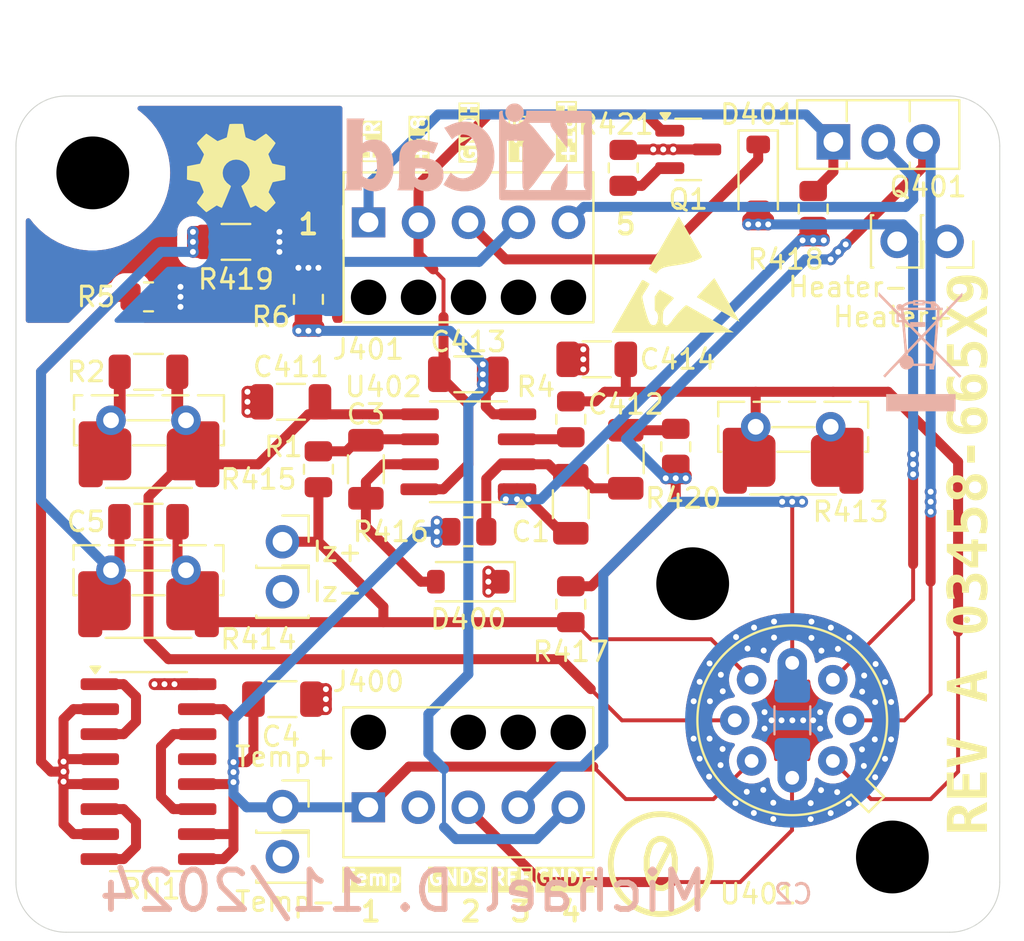
<source format=kicad_pcb>
(kicad_pcb (version 20240108) (generator "pcbnew") (generator_version "8.0")
  (layers (0 "F.Cu" signal) (1 "In1.Cu" power) (2 "In2.Cu" power) (31 "B.Cu" signal) (34 "B.Paste" user) (35 "F.Paste" user) (36 "B.SilkS" user "B.Silkscreen") (37 "F.SilkS" user "F.Silkscreen") (38 "B.Mask" user) (39 "F.Mask" user) (44 "Edge.Cuts" user))
  (net 0 "")
  (net 1 "+7V REF")
  (net 2 "J400 (2): REF GND")
  (net 3 "Net-(D400-A)")
  (net 4 "Net-(U402B--)")
  (net 5 "Net-(U402B-+)")
  (net 6 "J400 (1): Temp")
  (net 7 "ZD-")
  (net 8 "Net-(C412-Pad1)")
  (net 9 "Net-(U402A--)")
  (net 10 "+18")
  (net 11 "Net-(U402A-+)")
  (net 12 "Net-(D401-A)")
  (net 13 "J401 (3): GND Heater")
  (net 14 "unconnected-(J400-Pin_2-Pad2)")
  (net 15 "J401 (1): Heater")
  (net 16 "+18H")
  (net 17 "-15")
  (net 18 "Net-(Q401-E)")
  (net 19 "Net-(C1-Pad1)")
  (net 20 "Net-(RN1C-R3.2)")
  (net 21 "Net-(RN1F-R6.1)")
  (net 23 "Net-(RN1A-R1.1)")
  (net 24 "Net-(C414-Pad1)")
  (net 25 "Net-(Q1-S)")
  (footprint "Package_SO:SOIC-8_3.9x4.9mm_P1.27mm" (layer "F.Cu") (at 153.162 110.871 180)
    (property "Reference" "U402")
    (property "Value" "LT1013")
  )
  (footprint "Resistor_SMD:R_1206_3216Metric" (layer "F.Cu") (at 136.906 111.0488)
    (property "Reference" "R415")
    (property "Value" "68k")
  )
  (footprint "Diode_SMD:D_SOD-123" (layer "F.Cu") (at 167.894 96.901 -90)
    (property "Reference" "D401")
    (property "Value" "1N4148W")
  )
  (footprint "Resistor_SMD:R_0805_2012Metric" (layer "F.Cu") (at 153.162 114.935 180)
    (property "Reference" "R416")
    (property "Value" "10k")
  )
  (footprint "Resistor_SMD:R_0805_2012Metric" (layer "F.Cu") (at 145.542 111.76 -90)
    (property "Reference" "R1")
    (property "Value" "10k")
  )
  (footprint "Resistor_SMD:R_1206_3216Metric" (layer "F.Cu") (at 169.672 111.379 180)
    (property "Reference" "R413")
    (property "Value" "61.9k")
  )
  (footprint "Capacitor_SMD:C_1206_3216Metric" (layer "F.Cu") (at 161.163 111.252 -90)
    (property "Reference" "C412")
    (property "Value" "100n")
  )
  (footprint "Resistor_SMD:R_0805_2012Metric" (layer "F.Cu") (at 136.906 102.997)
    (property "Reference" "R5")
    (property "Value" "19k6")
  )
  (footprint "Capacitor_SMD:C_1206_3216Metric" (layer "F.Cu") (at 158.369 113.538 90)
    (property "Reference" "C1")
    (property "Value" "10n")
  )
  (footprint "Package_TO_SOT_THT:TO-5-8" (layer "F.Cu") (at 169.630018 124.519986 180)
    (property "Reference" "U401")
    (property "Value" "ADR1000")
  )
  (footprint "MiDi:Molex 22-17-2052" (layer "F.Cu") (at 153.31 127.36)
    (property "Reference" "J400")
    (property "Value" "Molex KK 254" (hide yes))
  )
  (footprint "Resistor_SMD:R_2512_6332Metric" (layer "F.Cu") (at 136.906 118.618 180)
    (property "Reference" "R414")
    (property "Value" "50R" (hide yes))
  )
  (footprint "Resistor_SMD:R_0805_2012Metric" (layer "F.Cu") (at 145.034 103.124 90)
    (property "Reference" "R6")
    (property "Value" "22k")
  )
  (footprint "Package_SO:SOIC-16_3.9x9.9mm_P1.27mm" (layer "F.Cu") (at 136.906 127.127)
    (property "Reference" "RN1")
    (property "Value" "2k")
  )
  (footprint "MountingHole:MountingHole_3.7mm" (layer "F.Cu") (at 174.713949 131.466051)
    (property "Reference" "REF**" (hide yes))
    (property "Value" "MountingHole_3.7mm")
  )
  (footprint "MountingHole:MountingHole_3.7mm" (layer "F.Cu") (at 164.563949 117.576051)
    (property "Reference" "REF**" (hide yes))
    (property "Value" "MountingHole_3.7mm")
  )
  (footprint "Resistor_SMD:R_1206_3216Metric" (layer "F.Cu") (at 136.906 106.807)
    (property "Reference" "R2")
    (property "Value" "680k")
  )
  (footprint "Resistor_SMD:R_0805_2012Metric" (layer "F.Cu") (at 158.369 118.618 -90)
    (property "Reference" "R417")
    (property "Value" "400k")
  )
  (footprint "KiCad:PinSocket_1x01_P2.54mm_Vertical" (layer "F.Cu") (at 143.7132 131.445)
    (property "Reference" "TP2" (hide yes))
    (property "Value" "Temp-")
  )
  (footprint "OSHW-logo_silkscreen-front_5mm" (layer "F.Cu") (at 141.36 96.45)
    (property "Reference" "G***" (hide yes))
    (property "Value" "OSHW-logo_silkscreen-front_5mm" (hide yes))
  )
  (footprint "Resistor_SMD:R_1206_3216Metric" (layer "F.Cu") (at 141.351 100.203)
    (property "Reference" "R419")
    (property "Value" "1k6")
  )
  (footprint "Capacitor_SMD:C_1206_3216Metric" (layer "F.Cu") (at 147.955 111.76 -90)
    (property "Reference" "C3")
    (property "Value" "100n")
  )
  (footprint "Capacitor_SMD:C_1206_3216Metric" (layer "F.Cu") (at 153.162 106.934)
    (property "Reference" "C413")
    (property "Value" "100n")
  )
  (footprint "Capacitor_SMD:C_1206_3216Metric" (layer "F.Cu") (at 159.687999 106.172 180)
    (property "Reference" "C414")
    (property "Value" "100n")
  )
  (footprint "Symbol:ESD-Logo_6.6x6mm_SilkScreen" (layer "F.Cu") (at 163.703 101.854)
    (property "Reference" "REF**" (hide yes))
    (property "Value" "ESD-Logo_6.6x6mm_SilkScreen" (hide yes))
  )
  (footprint "KiCad:PinSocket_1x01_P2.54mm_Vertical" (layer "F.Cu") (at 174.9552 100.1776 -90)
    (property "Reference" "TP6" (hide yes))
    (property "Value" "Heater-")
  )
  (footprint "Diode_SMD:D_SOD-123" (layer "F.Cu") (at 153.162 117.475 180)
    (property "Reference" "D400")
    (property "Value" "1N4148W")
  )
  (footprint "Resistor_SMD:R_0805_2012Metric" (layer "F.Cu") (at 161.036 96.441899 90)
    (property "Reference" "R421")
    (property "Value" "470")
  )
  (footprint "KiCad:PinSocket_1x01_P2.54mm_Vertical" (layer "F.Cu") (at 143.715 115.443)
    (property "Reference" "TP3" (hide yes))
    (property "Value" "Iz+")
  )
  (footprint "KiCad:PinSocket_1x01_P2.54mm_Vertical" (layer "F.Cu") (at 143.715 117.983)
    (property "Reference" "TP4" (hide yes))
    (property "Value" "Iz-")
  )
  (footprint "Package_TO_SOT_THT:TO-126-3_Vertical" (layer "F.Cu") (at 171.715 95.122)
    (property "Reference" "Q401")
    (property "Value" "BD139")
  )
  (footprint "MountingHole:MountingHole_3.7mm" (layer "F.Cu") (at 134.07384 96.696051)
    (property "Reference" "REF**" (hide yes))
    (property "Value" "MountingHole_3.7mm")
  )
  (footprint "KiCad:PinSocket_1x01_P2.54mm_Vertical" (layer "F.Cu") (at 177.4952 100.1776 -90)
    (property "Reference" "TP5" (hide yes))
    (property "Value" "Heater+")
  )
  (footprint "Resistor_SMD:R_0805_2012Metric" (layer "F.Cu") (at 163.703 110.617 90)
    (property "Reference" "R420")
    (property "Value" "1Meg")
  )
  (footprint "Resistor_SMD:R_0805_2012Metric" (layer "F.Cu") (at 158.369 109.22 90)
    (property "Reference" "R4")
    (property "Value" "1k")
  )
  (footprint "Capacitor_SMD:C_1206_3216Metric" (layer "F.Cu") (at 144.145 108.331 180)
    (property "Reference" "C411")
    (property "Value" "22n")
  )
  (footprint "KiCad:PinSocket_1x01_P2.54mm_Vertical" (layer "F.Cu") (at 143.7132 128.905)
    (property "Reference" "TP1" (hide yes))
    (property "Value" "Temp+")
  )
  (footprint "Resistor_SMD:R_0805_2012Metric" (layer "F.Cu") (at 170.688 98.5285 -90)
    (property "Reference" "R418")
    (property "Value" "1k")
  )
  (footprint "Package_TO_SOT_SMD:SOT-23" (layer "F.Cu") (at 164.338 95.504)
    (property "Reference" "Q1")
    (property "Value" "MMBF4392")
  )
  (footprint "Capacitor_SMD:C_1206_3216Metric" (layer "F.Cu") (at 143.7132 123.444)
    (property "Reference" "C4")
    (property "Value" "100n")
  )
  (footprint "Capacitor_SMD:C_1206_3216Metric" (layer "F.Cu") (at 136.906 114.427 180)
    (property "Reference" "C5")
    (property "Value" "100n")
  )
  (footprint "MiDi:Molex 22-17-2052" (layer "F.Cu") (at 153.02 100.79 180)
    (property "Reference" "J401")
    (property "Value" "Molex KK 254" (hide yes))
  )
  (footprint "Symbol:KiCad-Logo_5mm_SilkScreen" (layer "B.Cu") (at 153.167698 96.148938 180)
    (property "Reference" "REF**" (hide yes))
    (property "Value" "KiCad-Logo_5mm_SilkScreen" (hide yes))
  )
  (footprint "Capacitor_SMD:C_1206_3216Metric" (layer "B.Cu") (at 169.630018 124.519986 -90)
    (property "Reference" "C2")
    (property "Value" "100n")
  )
  (footprint "Symbol:WEEE-Logo_4.2x6mm_SilkScreen" (layer "B.Cu") (at 176.149 105.791 180)
    (property "Reference" "REF**" (hide yes))
    (property "Value" "WEEE-Logo_4.2x6mm_SilkScreen" (hide yes))
  )
  (gr_rect (start 151.1172 132.969) (end 154.14 133.2738) (fill solid) (layer "F.SilkS"))
  (gr_rect (start 154.32 132.969) (end 156.4228 133.2738) (fill solid) (layer "F.SilkS"))
  (gr_rect (start 156.5772 132.969) (end 159.57 133.2738) (fill solid) (layer "F.SilkS"))
  (gr_circle (center 162.941 131.826) (end 160.401 131.826) (stroke (width 0.3)) (fill none) (layer "F.SilkS"))
  (gr_line (start 163.3982 130.937) (end 162.4838 132.7658) (stroke (width 0.3)) (layer "F.SilkS"))
  (gr_line (start 180.17 95.33) (end 180.17 132.75) (stroke (width 0.05)) (layer "Edge.Cuts"))
  (gr_arc (start 130.17 95.33) (mid 130.913949 93.533949) (end 132.71 92.79) (stroke (width 0.05)) (layer "Edge.Cuts"))
  (gr_arc (start 177.63 92.79) (mid 179.426051 93.533949) (end 180.17 95.33) (stroke (width 0.05)) (layer "Edge.Cuts"))
  (gr_line (start 130.17 132.75) (end 130.17 95.33) (stroke (width 0.05)) (layer "Edge.Cuts"))
  (gr_arc (start 132.71 135.29) (mid 130.913949 134.546051) (end 130.17 132.75) (stroke (width 0.05)) (layer "Edge.Cuts"))
  (gr_line (start 132.71 92.79) (end 177.63 92.79) (stroke (width 0.05)) (layer "Edge.Cuts"))
  (gr_arc (start 180.17 132.75) (mid 179.426051 134.546051) (end 177.63 135.29) (stroke (width 0.05)) (layer "Edge.Cuts"))
  (gr_line (start 177.63 135.29) (end 132.71 135.29) (stroke (width 0.05)) (layer "Edge.Cuts"))
  (gr_text "Michael D. 11/2024" (at 165.481 134.366 0) (layer "B.SilkS") (effects (font (size 2 2) (thickness 0.3)) (justify left bottom mirror)))
  (gr_text "0" (at 162.941 131.687 180) (layer "F.SilkS") (effects (font (size 2.5 2.5) (thickness 0.3))))
  (gr_text "1" (at 145.034 99.314 0) (layer "F.SilkS") (effects (font (size 1.016 1.016) (thickness 0.2032))))
  (gr_text "5" (at 161.163 99.314 0) (layer "F.SilkS") (effects (font (size 1.016 1.016) (thickness 0.2032))))
  (gr_text "REV A 03458-665X9" (at 178.689 101.727 90) (layer "F.SilkS") (effects (font (size 2 2) (thickness 0.3048) (bold yes)) (justify right)))
  (gr_text "Temp" (at 146.74 132.969 0) (layer "F.SilkS" knockout) (effects (font (size 0.75 0.75)) (justify left bottom)))
  (gr_text "1" (at 148.209 134.239 0) (layer "F.SilkS") (effects (font (size 1.016 1.016) (thickness 0.2032))))
  (gr_text "2" (at 153.289 134.239 0) (layer "F.SilkS") (effects (font (size 1.016 1.016) (thickness 0.2032))))
  (gr_text "+18H" (at 158.623 96.266 90) (layer "F.SilkS" knockout) (effects (font (size 0.75 0.75)) (justify left bottom)))
  (gr_text "GNDF" (at 156.492 132.969 0) (layer "F.SilkS" knockout) (effects (font (size 0.75 0.75)) (justify left bottom)))
  (gr_text "+18" (at 151.13 96.266 90) (layer "F.SilkS" knockout) (effects (font (size 0.75 0.75)) (justify left bottom)))
  (gr_text "HTR" (at 148.717 96.266 90) (layer "F.SilkS" knockout) (effects (font (size 0.75 0.75)) (justify left bottom)))
  (gr_text "GNDS" (at 151.031 132.969 0) (layer "F.SilkS" knockout) (effects (font (size 0.75 0.75)) (justify left bottom)))
  (gr_text "GNDH" (at 153.67 96.266 90) (layer "F.SilkS" knockout) (effects (font (size 0.75 0.75)) (justify left bottom)))
  (gr_text "3" (at 155.829 134.239 0) (layer "F.SilkS") (effects (font (size 1.016 1.016) (thickness 0.2032))))
  (gr_text "REF\n" (at 154.206 132.969 0) (layer "F.SilkS" knockout) (effects (font (size 0.75 0.75)) (justify left bottom)))
  (gr_text "4" (at 158.369 134.239 0) (layer "F.SilkS") (effects (font (size 1.016 1.016) (thickness 0.2032))))
  (gr_text "-15" (at 156.21 96.266 90) (layer "F.SilkS" knockout) (effects (font (size 0.75 0.75)) (justify left bottom)))
  (segment (start 169.1132 113.411) (end 170.129198 113.411) (width 0.508) (layer "F.Cu") (net 1))
  (segment (start 135.4435 108.8283) (end 135.4435 106.934) (width 0.6) (layer "F.Cu") (net 1))
  (segment (start 135.001 109.2708) (end 135.4435 108.8283) (width 0.6) (layer "F.Cu") (net 1))
  (segment (start 165.275501 95.504) (end 161.061399 95.504) (width 0.508) (layer "F.Cu") (net 1))
  (segment (start 170.129198 113.411) (end 170.129199 113.410999) (width 0.508) (layer "F.Cu") (net 1))
  (segment (start 169.623018 121.599986) (end 169.623018 113.412818) (width 0.2) (layer "F.Cu") (net 1))
  (segment (start 169.623018 113.412818) (end 169.6212 113.411) (width 0.2) (layer "F.Cu") (net 1))
  (segment (start 154.686 117.475) (end 154.178 117.983) (width 0.6) (layer "F.Cu") (net 1))
  (segment (start 139.381 122.682) (end 137.210802 122.682) (width 0.6) (layer "F.Cu") (net 1))
  (segment (start 161.061399 95.504) (end 161.036 95.529399) (width 0.508) (layer "F.Cu") (net 1))
  (segment (start 154.812 117.475) (end 154.686 117.475) (width 0.6) (layer "F.Cu") (net 1))
  (segment (start 154.178 116.967) (end 154.178 117.983) (width 0.6) (layer "F.Cu") (net 1))
  (segment (start 154.686 117.475) (end 154.178 116.967) (width 0.6) (layer "F.Cu") (net 1))
  (via (at 162.560001 95.504001) (size 0.6) (drill 0.3) (layers "F.Cu" "B.Cu") (remove_unused_layers yes) (zone_layer_connections "In2.Cu") (net 1))
  (via (at 137.7188 122.682) (size 0.6) (drill 0.3) (layers "F.Cu" "B.Cu") (remove_unused_layers yes) (zone_layer_connections "In2.Cu") (net 1))
  (via (at 154.178 116.967) (size 0.6) (drill 0.3) (layers "F.Cu" "B.Cu") (remove_unused_layers yes) (zone_layer_connections "In2.Cu") (net 1))
  (via (at 169.1132 113.411) (size 0.6) (drill 0.3) (layers "F.Cu" "B.Cu") (remove_unused_layers yes) (net 1))
  (via (at 154.178 117.983) (size 0.6) (drill 0.3) (layers "F.Cu" "B.Cu") (remove_unused_layers yes) (zone_layer_connections "In2.Cu") (net 1))
  (via (at 154.178 117.475) (size 0.6) (drill 0.3) (layers "F.Cu" "B.Cu") (remove_unused_layers yes) (zone_layer_connections "In2.Cu") (net 1))
  (via (at 138.2268 122.682) (size 0.6) (drill 0.3) (layers "F.Cu" "B.Cu") (remove_unused_layers yes) (zone_layer_connections "In2.Cu") (net 1))
  (via (at 137.210801 122.682001) (size 0.6) (drill 0.3) (layers "F.Cu" "B.Cu") (remove_unused_layers yes) (zone_layer_connections "In2.Cu") (net 1))
  (via (at 170.129199 113.410999) (size 0.6) (drill 0.3) (layers "F.Cu" "B.Cu") (remove_unused_layers yes) (net 1))
  (via (at 169.6212 113.411) (size 0.6) (drill 0.3) (layers "F.Cu" "B.Cu") (remove_unused_layers yes) (net 1))
  (via (at 163.068 95.504) (size 0.6) (drill 0.3) (layers "F.Cu" "B.Cu") (remove_unused_layers yes) (zone_layer_connections "In2.Cu") (net 1))
  (via (at 163.576 95.504) (size 0.6) (drill 0.3) (layers "F.Cu" "B.Cu") (remove_unused_layers yes) (zone_layer_connections "In2.Cu") (net 1))
  (segment (start 157.767 126.873) (end 155.7 128.94) (width 0.508) (layer "B.Cu") (net 1))
  (segment (start 160.02 125.7935) (end 158.9405 126.873) (width 0.508) (layer "B.Cu") (net 1))
  (segment (start 163.703 113.411) (end 160.02 117.094) (width 0.508) (layer "B.Cu") (net 1))
  (segment (start 170.129198 113.411) (end 169.1132 113.411) (width 0.508) (layer "B.Cu") (net 1))
  (segment (start 158.9405 126.873) (end 157.767 126.873) (width 0.508) (layer "B.Cu") (net 1))
  (segment (start 170.129199 113.410999) (end 170.129198 113.411) (width 0.508) (layer "B.Cu") (net 1))
  (segment (start 169.623018 121.599986) (end 169.623018 122.537985) (width 1.5) (layer "B.Cu") (net 1))
  (segment (start 160.02 117.094) (end 160.02 125.7935) (width 0.508) (layer "B.Cu") (net 1))
  (segment (start 170.129198 113.411) (end 163.703 113.411) (width 0.508) (layer "B.Cu") (net 1))
  (segment (start 169.573932 121.5509) (end 169.623018 121.599986) (width 0.2) (layer "B.Cu") (net 1))
  (segment (start 169.623018 123.037985) (end 169.630018 123.044985) (width 0.508) (layer "B.Cu") (net 1))
  (segment (start 135.255 102.997) (end 135.9935 102.997) (width 0.508) (layer "F.Cu") (net 2))
  (segment (start 159.004 106.68) (end 158.672 106.679999) (width 0.6) (layer "F.Cu") (net 2))
  (segment (start 145.034 104.2181) (end 145.034 103.9876) (width 0.508) (layer "F.Cu") (net 2))
  (segment (start 132.715 127.762) (end 132.588 127.635) (width 0.508) (layer "F.Cu") (net 2))
  (segment (start 133.096 130.302) (end 134.431 130.302) (width 0.508) (layer "F.Cu") (net 2))
  (segment (start 154.432 108.966) (end 154.051 108.585) (width 0.508) (layer "F.Cu") (net 2))
  (segment (start 158.672 106.679999) (end 158.163999 106.172) (width 0.6) (layer "F.Cu") (net 2))
  (segment (start 132.588 127.127) (end 132.588 127.635) (width 0.508) (layer "F.Cu") (net 2))
  (segment (start 144.526001 104.726099) (end 144.526 104.7261) (width 0.6) (layer "F.Cu") (net 2))
  (segment (start 131.953 127.127) (end 131.445 126.619) (width 0.508) (layer "F.Cu") (net 2))
  (segment (start 156.8704 132.7404) (end 153.16 129.03) (width 0.508) (layer "F.Cu") (net 2))
  (segment (start 145.6925 122.936001) (end 145.1845 123.444001) (width 0.6) (layer "F.Cu") (net 2))
  (segment (start 145.415 123.444) (end 145.1845 123.444001) (width 0.508) (layer "F.Cu") (net 2))
  (segment (start 158.672 105.664) (end 158.163999 106.172) (width 0.6) (layer "F.Cu") (net 2))
  (segment (start 145.923 123.952001) (end 145.6925 123.952001) (width 0.6) (layer "F.Cu") (net 2))
  (segment (start 166.9796 132.7404) (end 169.613014 130.106986) (width 0.2) (layer "F.Cu") (net 2))
  (segment (start 139.164699 99.694998) (end 139.395199 99.694998) (width 0.6) (layer "F.Cu") (net 2))
  (segment (start 141.935199 107.823) (end 141.9352 108.838999) (width 0.6) (layer "F.Cu") (net 2))
  (segment (start 154.051 108.585) (end 154.051 107.95) (width 0.508) (layer "F.Cu") (net 2))
  (segment (start 135.430999 116.460801) (end 135.430999 114.554) (width 0.508) (layer "F.Cu") (net 2))
  (segment (start 159.004 106.68) (end 159.003999 105.664) (width 0.6) (layer "F.Cu") (net 2))
  (segment (start 134.2583 117.6335) (end 135.430999 116.460801) (width 0.508) (layer "F.Cu") (net 2))
  (segment (start 154.127198 106.425999) (end 154.635199 106.934) (width 0.6) (layer "F.Cu") (net 2))
  (segment (start 145.541999 104.726099) (end 145.541999 104.495599) (width 0.6) (layer "F.Cu") (net 2))
  (segment (start 134.431 126.492) (end 132.842 126.492) (width 0.508) (layer "F.Cu") (net 2))
  (segment (start 145.923 123.952001) (end 145.923 122.936002) (width 0.6) (layer "F.Cu") (net 2))
  (segment (start 145.541999 104.495599) (end 145.034 103.9876) (width 0.6) (layer "F.Cu") (net 2))
  (segment (start 169.613014 130.106986) (end 169.613014 127.439986) (width 0.2) (layer "F.Cu") (net 2))
  (segment (start 133.9435 117.6335) (end 134.2583 117.6335) (width 0.508) (layer "F.Cu") (net 2))
  (segment (start 154.404699 106.934) (end 154.635199 106.934) (width 0.508) (layer "F.Cu") (net 2))
  (segment (start 163.4744 132.7404) (end 156.8704 132.7404) (width 0.508) (layer "F.Cu") (net 2))
  (segment (start 153.8967 107.441999) (end 154.1272 107.441999) (width 0.6) (layer "F.Cu") (net 2))
  (segment (start 144.526 104.4956) (end 145.034 103.9876) (width 0.6) (layer "F.Cu") (net 2))
  (segment (start 139.1647 100.710998) (end 139.3952 100.710998) (width 0.6) (layer "F.Cu") (net 2))
  (segment (start 132.588 124.46) (end 132.588 126.619) (width 0.508) (layer "F.Cu") (net 2))
  (segment (start 132.588 127.635) (end 132.588 129.794) (width 0.508) (layer "F.Cu") (net 2))
  (segment (start 141.9352 108.838999) (end 142.161998 108.838999) (width 0.6) (layer "F.Cu") (net 2))
  (segment (start 139.164699 99.694998) (end 139.164699 100.710997) (width 0.6) (layer "F.Cu") (net 2))
  (segment (start 139.395199 99.694998) (end 139.903199 100.202999) (width 0.6) (layer "F.Cu") (net 2))
  (segment (start 153.896699 106.425999) (end 154.127198 106.425999) (width 0.6) (layer "F.Cu") (net 2))
  (segment (start 145.6925 123.952001) (end 145.1845 123.444001) (width 0.6) (layer "F.Cu") (net 2))
  (segment (start 145.923 122.936002) (end 145.922999 122.936001) (width 0.6) (layer "F.Cu") (net 2))
  (segment (start 132.588 127.127) (end 131.953 127.127) (width 0.508) (layer "F.Cu") (net 2))
  (segment (start 134.431 123.952) (end 133.096 123.952) (width 0.508) (layer "F.Cu") (net 2))
  (segment (start 133.096 123.952) (end 132.588 124.46) (width 0.508) (layer "F.Cu") (net 2))
  (segment (start 144.526 104.7261) (end 144.526 104.4956) (width 0.6) (layer "F.Cu") (net 2))
  (segment (start 139.672699 100.202999) (end 139.903199 100.202999) (width 0.508) (layer "F.Cu") (net 2))
  (segment (start 145.922999 122.936001) (end 145.6925 122.936001) (width 0.6) (layer "F.Cu") (net 2))
  (segment (start 139.164699 100.710997) (end 139.1647 100.710998) (width 0.508) (layer "F.Cu") (net 2))
  (segment (start 132.588 126.619) (end 132.588 127.127) (width 0.508) (layer "F.Cu") (net 2))
  (segment (start 141.935199 107.823) (end 142.161998 107.823001) (width 0.6) (layer "F.Cu") (net 2))
  (segment (start 131.445 126.619) (end 131.445 106.807) (width 0.508) (layer "F.Cu") (net 2))
  (segment (start 153.8967 107.441999) (end 153.8967 106.426001) (width 0.6) (layer "F.Cu") (net 2))
  (segment (start 154.1272 107.441999) (end 154.635199 106.934) (width 0.6) (layer "F.Cu") (net 2))
  (segment (start 153.8967 106.426001) (end 153.896699 106.425999) (width 0.6) (layer "F.Cu") (net 2))
  (segment (start 154.051 107.95) (end 154.637001 107.363999) (width 0.508) (layer "F.Cu") (net 2))
  (segment (start 155.637 108.966) (end 154.432 108.966) (width 0.508) (layer "F.Cu") (net 2))
  (segment (start 132.588 129.794) (end 133.096 130.302) (width 0.508) (layer "F.Cu") (net 2))
  (segment (start 132.715 126.492) (end 132.588 126.619) (width 0.508) (layer "F.Cu") (net 2))
  (segment (start 131.445 106.807) (end 135.255 102.997) (width 0.508) (layer "F.Cu") (net 2))
  (segment (start 145.541999 104.726099) (end 144.526001 104.726099) (width 0.6) (layer "F.Cu") (net 2))
  (segment (start 139.3952 100.710998) (end 139.903199 100.202999) (width 0.6) (layer "F.Cu") (net 2))
  (segment (start 134.431 127.762) (end 132.842 127.762) (width 0.508) (layer "F.Cu") (net 2))
  (segment (start 163.4744 132.7404) (end 166.9796 132.7404) (width 0.2) (layer "F.Cu") (net 2))
  (segment (start 159.003999 105.664) (end 158.672 105.664) (width 0.6) (layer "F.Cu") (net 2))
  (via (at 139.164699 100.203001) (size 0.6) (drill 0.3) (layers "F.Cu" "B.Cu") (remove_unused_layers yes) (net 2))
  (via (at 159.004 106.172) (size 0.6) (drill 0.3) (layers "F.Cu" "B.Cu") (remove_unused_layers yes) (zone_layer_connections "In1.Cu") (net 2))
  (via (at 153.896699 106.425999) (size 0.6) (drill 0.3) (layers "F.Cu" "B.Cu") (remove_unused_layers yes) (net 2))
  (via (at 145.923 123.952001) (size 0.6) (drill 0.3) (layers "F.Cu" "B.Cu") (remove_unused_layers yes) (zone_layer_connections "In1.Cu") (net 2))
  (via (at 159.004 106.68) (size 0.6) (drill 0.3) (layers "F.Cu" "B.Cu") (remove_unused_layers yes) (zone_layer_connections "In1.Cu") (net 2))
  (via (at 145.541999 104.726099) (size 0.6) (drill 0.3) (layers "F.Cu" "B.Cu") (remove_unused_layers yes) (net 2))
  (via (at 159.003999 105.664) (size 0.6) (drill 0.3) (layers "F.Cu" "B.Cu") (remove_unused_layers yes) (zone_layer_connections "In1.Cu") (net 2))
  (via (at 145.034 104.7261) (size 0.6) (drill 0.3) (layers "F.Cu" "B.Cu") (remove_unused_layers yes) (net 2))
  (via (at 141.9352 107.822999) (size 0.6) (drill 0.3) (layers "F.Cu" "B.Cu") (remove_unused_layers yes) (zone_layer_connections "In1.Cu") (net 2))
  (via (at 144.526 104.7261) (size 0.6) (drill 0.3) (layers "F.Cu" "B.Cu") (remove_unused_layers yes) (net 2))
  (via (at 132.588 127.635) (size 0.6) (drill 0.3) (layers "F.Cu" "B.Cu") (remove_unused_layers yes) (zone_layer_connections "In1.Cu") (net 2))
  (via (at 145.922999 122.936001) (size 0.6) (drill 0.3) (layers "F.Cu" "B.Cu") (remove_unused_layers yes) (zone_layer_connections "In1.Cu") (net 2))
  (via (at 132.588 127.127) (size 0.6) (drill 0.3) (layers "F.Cu" "B.Cu") (remove_unused_layers yes) (zone_layer_connections "In1.Cu") (net 2))
  (via (at 141.9352 108.331) (size 0.6) (drill 0.3) (layers "F.Cu" "B.Cu") (remove_unused_layers yes) (zone_layer_connections "In1.Cu") (net 2))
  (via (at 141.935201 108.838999) (size 0.6) (drill 0.3) (layers "F.Cu" "B.Cu") (remove_unused_layers yes) (zone_layer_connections "In1.Cu") (net 2))
  (via (at 139.1647 100.710998) (size 0.6) (drill 0.3) (layers "F.Cu" "B.Cu") (remove_unused_layers yes) (net 2))
  (via (at 153.8967 107.441999) (size 0.6) (drill 0.3) (layers "F.Cu" "B.Cu") (remove_unused_layers yes) (net 2))
  (via (at 132.588 126.619) (size 0.6) (drill 0.3) (layers "F.Cu" "B.Cu") (remove_unused_layers yes) (zone_layer_connections "In1.Cu") (net 2))
  (via (at 139.164699 99.694998) (size 0.6) (drill 0.3) (layers "F.Cu" "B.Cu") (remove_unused_layers yes) (net 2))
  (via (at 153.896699 106.934) (size 0.6) (drill 0.3) (layers "F.Cu" "B.Cu") (remove_unused_layers yes) (net 2))
  (via (at 145.923 123.443998) (size 0.6) (drill 0.3) (layers "F.Cu" "B.Cu") (remove_unused_layers yes) (zone_layer_connections "In1.Cu") (net 2))
  (segment (start 153.162 122.174) (end 153.162 108.458) (width 0.508) (layer "B.Cu") (net 2))
  (segment (start 151.924 126.997) (end 151.924 129.953) (width 0.2) (layer "B.Cu") (net 2))
  (segment (start 151.13 126.203) (end 151.924 126.997) (width 0.508) (layer "B.Cu") (net 2))
  (segment (start 135.001 116.8908) (end 131.445 113.3348) (width 0.508) (layer "B.Cu") (net 2))
  (segment (start 152.224101 104.7261) (end 153.924 106.425999) (width 0.508) (layer "B.Cu") (net 2))
  (segment (start 151.97 129.999) (end 152.527 130.556) (width 0.508) (layer "B.Cu") (net 2))
  (segment (start 153.162 108.458) (end 153.924001 107.695999) (width 0.508) (layer "B.Cu") (net 2))
  (segment (start 137.541002 100.710998) (end 139.1647 100.710998) (width 0.508) (layer "B.Cu") (net 2))
  (segment (start 131.445 106.807) (end 137.541002 100.710998) (width 0.508) (layer "B.Cu") (net 2))
  (segment (start 151.13 126.111) (end 151.13 126.203) (width 0.508) (layer "B.Cu") (net 2))
  (segment (start 139.1647 100.710998) (end 139.1647 99.694999) (width 0.508) (layer "B.Cu") (net 2))
  (segment (start 144.526 104.7261) (end 152.224101 104.7261) (width 0.508) (layer "B.Cu") (net 2))
  (segment (start 156.624 130.556) (end 158.24 128.94) (width 0.508) (layer "B.Cu") (net 2))
  (segment (start 152.527 130.556) (end 156.624 130.556) (width 0.508) (layer "B.Cu") (net 2))
  (segment (start 139.1647 99.694999) (end 139.164699 99.694998) (width 0.508) (layer "B.Cu") (net 2))
  (segment (start 151.13 126.111) (end 151.13 124.206) (width 0.508) (layer "B.Cu") (net 2))
  (segment (start 131.445 113.3348) (end 131.445 106.807) (width 0.508) (layer "B.Cu") (net 2))
  (segment (start 169.623018 127.439986) (end 169.623018 126.501987) (width 1.5) (layer "B.Cu") (net 2))
  (segment (start 151.13 124.206) (end 153.162 122.174) (width 0.508) (layer "B.Cu") (net 2))
  (segment (start 153.924 106.425999) (end 153.924 106.934) (width 0.508) (layer "B.Cu") (net 2))
  (segment (start 151.924 129.953) (end 151.97 129.999) (width 0.508) (layer "B.Cu") (net 2))
  (segment (start 145.541999 104.6988) (end 144.511001 104.6988) (width 0.6) (layer "B.Cu") (net 2))
  (segment (start 153.924001 107.695999) (end 153.924001 107.441999) (width 0.508) (layer "B.Cu") (net 2))
  (segment (start 153.924001 107.441999) (end 153.924 106.410999) (width 0.508) (layer "B.Cu") (net 2))
  (segment (start 169.623018 126.001987) (end 169.630018 125.994987) (width 0.508) (layer "B.Cu") (net 2))
  (segment (start 150.687 111.506) (end 148.844 111.506) (width 0.508) (layer "F.Cu") (net 3))
  (segment (start 147.955 112.395) (end 147.955 113.235001) (width 0.508) (layer "F.Cu") (net 3))
  (segment (start 148.844 111.506) (end 147.955 112.395) (width 0.508) (layer "F.Cu") (net 3))
  (segment (start 150.749 117.475) (end 151.512 117.475) (width 0.508) (layer "F.Cu") (net 3))
  (segment (start 147.955 113.235001) (end 147.955 114.681) (width 0.508) (layer "F.Cu") (net 3))
  (segment (start 147.955 114.681) (end 150.749 117.475) (width 0.508) (layer "F.Cu") (net 3))
  (segment (start 146.9625 110.8475) (end 147.574 110.236) (width 0.508) (layer "F.Cu") (net 4))
  (segment (start 147.574 110.236) (end 150.687 110.236) (width 0.508) (layer "F.Cu") (net 4))
  (segment (start 145.542 110.8475) (end 146.9625 110.8475) (width 0.508) (layer "F.Cu") (net 4))
  (segment (start 136.906 120.396) (end 136.906 113.157) (width 0.508) (layer "F.Cu") (net 5))
  (segment (start 136.906 113.157) (end 138.8618 111.2012) (width 0.508) (layer "F.Cu") (net 5))
  (segment (start 160.968986 124.519986) (end 166.703018 124.519986) (width 0.2) (layer "F.Cu") (net 5))
  (segment (start 137.922 121.412) (end 136.906 120.396) (width 0.508) (layer "F.Cu") (net 5))
  (segment (start 138.3685 108.8283) (end 138.3685 106.934) (width 0.6) (layer "F.Cu") (net 5))
  (segment (start 157.861 121.412) (end 137.922 121.412) (width 0.508) (layer "F.Cu") (net 5))
  (segment (start 142.494 111.506) (end 145.034 108.966) (width 0.508) (layer "F.Cu") (net 5))
  (segment (start 145.034 108.966) (end 150.687 108.966) (width 0.508) (layer "F.Cu") (net 5))
  (segment (start 138.811 109.2708) (end 138.3685 108.8283) (width 0.6) (layer "F.Cu") (net 5))
  (segment (start 139.8939 111.506) (end 142.494 111.506) (width 0.508) (layer "F.Cu") (net 5))
  (segment (start 138.8618 111.2012) (end 138.8618 110.998) (width 0.508) (layer "F.Cu") (net 5))
  (segment (start 159.385 122.936) (end 160.968986 124.519986) (width 0.2) (layer "F.Cu") (net 5))
  (segment (start 159.385 122.936) (end 157.861 121.412) (width 0.508) (layer "F.Cu") (net 5))
  (segment (start 139.381 127.762) (end 141.224 127.762) (width 0.508) (layer "F.Cu") (net 6))
  (segment (start 159.512 126.873) (end 150.147 126.873) (width 0.508) (layer "F.Cu") (net 6))
  (segment (start 141.224 131.064) (end 141.224 124.46) (width 0.508) (layer "F.Cu") (net 6))
  (segment (start 165.619004 128.524) (end 167.558266 126.584738) (width 0.2) (layer "F.Cu") (net 6))
  (segment (start 141.8844 126.6444) (end 141.224 126.6444) (width 0.508) (layer "F.Cu") (net 6))
  (segment (start 151.5599 114.935) (end 151.5599 115.443) (width 0.6) (layer "F.Cu") (net 6))
  (segment (start 140.716 131.572) (end 141.224 131.064) (width 0.508) (layer "F.Cu") (net 6))
  (segment (start 139.381 130.302) (end 141.097 130.302) (width 0.508) (layer "F.Cu") (net 6))
  (segment (start 161.163 128.524) (end 165.619004 128.524) (width 0.2) (layer "F.Cu") (net 6))
  (segment (start 151.5599 114.935) (end 151.5599 114.427) (width 0.6) (layer "F.Cu") (net 6))
  (segment (start 159.512 126.873) (end 161.163 128.524) (width 0.2) (layer "F.Cu") (net 6))
  (segment (start 152.0679 114.935) (end 151.5599 114.427) (width 0.6) (layer "F.Cu") (net 6))
  (segment (start 152.0679 114.935) (end 151.5599 115.443) (width 0.6) (layer "F.Cu") (net 6))
  (segment (start 139.381 131.572) (end 140.716 131.572) (width 0.508) (layer "F.Cu") (net 6))
  (segment (start 152.2984 114.935) (end 152.0679 114.935) (width 0.6) (layer "F.Cu") (net 6))
  (segment (start 150.147 126.873) (end 148.08 128.94) (width 0.508) (layer "F.Cu") (net 6))
  (segment (start 140.716 123.952) (end 139.381 123.952) (width 0.508) (layer "F.Cu") (net 6))
  (segment (start 142.238199 123.444) (end 142.238199 126.290601) (width 0.508) (layer "F.Cu") (net 6))
  (segment (start 140.716 123.952) (end 141.224 124.46) (width 0.508) (layer "F.Cu") (net 6))
  (segment (start 142.238199 126.290601) (end 141.8844 126.6444) (width 0.508) (layer "F.Cu") (net 6))
  (via (at 141.224 126.6444) (size 0.6) (drill 0.3) (layers "F.Cu" "B.Cu") (remove_unused_layers yes) (net 6))
  (via (at 151.5599 114.935) (size 0.6) (drill 0.3) (layers "F.Cu" "B.Cu") (remove_unused_layers yes) (net 6))
  (via (at 151.5599 114.427) (size 0.6) (drill 0.3) (layers "F.Cu" "B.Cu") (remove_unused_layers yes) (net 6))
  (via (at 141.224 127.1524) (size 0.6) (drill 0.3) (layers "F.Cu" "B.Cu") (remove_unused_layers yes) (net 6))
  (via (at 141.224 127.6604) (size 0.6) (drill 0.3) (layers "F.Cu" "B.Cu") (remove_unused_layers yes) (net 6))
  (via (at 151.5599 115.443) (size 0.6) (drill 0.3) (layers "F.Cu" "B.Cu") (remove_unused_layers yes) (net 6))
  (segment (start 141.224 124.46) (end 150.749 114.935) (width 0.508) (layer "B.Cu") (net 6))
  (segment (start 148.08 128.94) (end 141.894 128.94) (width 0.508) (layer "B.Cu") (net 6))
  (segment (start 150.749 114.935) (end 151.511 114.935) (width 0.508) (layer "B.Cu") (net 6))
  (segment (start 141.894 128.94) (end 141.224 128.27) (width 0.508) (layer "B.Cu") (net 6))
  (segment (start 151.511 115.443) (end 151.511 114.427) (width 0.508) (layer "B.Cu") (net 6))
  (segment (start 141.224 128.27) (end 141.224 124.46) (width 0.508) (layer "B.Cu") (net 6))
  (segment (start 158.369 119.5305) (end 158.5195 119.5305) (width 0.2) (layer "F.Cu") (net 7))
  (segment (start 158.369 119.5305) (end 139.7131 119.5305) (width 0.508) (layer "F.Cu") (net 7))
  (segment (start 140.1225 118.364) (end 139.8685 118.618) (width 0.508) (layer "F.Cu") (net 7))
  (segment (start 139.7131 119.5305) (end 138.8006 118.618) (width 0.508) (layer "F.Cu") (net 7))
  (segment (start 139.8685 117.9483) (end 139.8685 118.618) (width 0.508) (layer "F.Cu") (net 7))
  (segment (start 138.381001 114.554) (end 138.381001 116.460801) (width 0.508) (layer "F.Cu") (net 7))
  (segment (start 145.542 115.443) (end 148.844 118.745) (width 0.508) (layer "F.Cu") (net 7))
  (segment (start 159.385 120.396) (end 165.499032 120.396) (width 0.2) (layer "F.Cu") (net 7))
  (segment (start 138.381001 116.460801) (end 139.8685 117.9483) (width 0.508) (layer "F.Cu") (net 7))
  (segment (start 165.499032 120.396) (end 167.558266 122.455234) (width 0.2) (layer "F.Cu") (net 7))
  (segment (start 148.844 118.745) (end 148.844 119.5305) (width 0.508) (layer "F.Cu") (net 7))
  (segment (start 143.764 115.443) (end 145.542 115.443) (width 0.508) (layer "F.Cu") (net 7))
  (segment (start 158.5195 119.5305) (end 159.385 120.396) (width 0.2) (layer "F.Cu") (net 7))
  (segment (start 145.542 112.6725) (end 145.542 115.443) (width 0.508) (layer "F.Cu") (net 7))
  (segment (start 163.630501 109.776999) (end 163.703 109.7045) (width 0.508) (layer "F.Cu") (net 8))
  (segment (start 161.163 109.776999) (end 163.630501 109.776999) (width 0.508) (layer "F.Cu") (net 8))
  (segment (start 158.798999 112.062999) (end 159.463001 112.727001) (width 0.508) (layer "F.Cu") (net 9))
  (segment (start 159.463001 112.727001) (end 161.163 112.727001) (width 0.508) (layer "F.Cu") (net 9))
  (segment (start 154.813 111.506) (end 154.0745 112.2445) (width 0.508) (layer "F.Cu") (net 9))
  (segment (start 157.226 111.506) (end 157.782999 112.062999) (width 0.508) (layer "F.Cu") (net 9))
  (segment (start 155.637 111.506) (end 154.813 111.506) (width 0.508) (layer "F.Cu") (net 9))
  (segment (start 155.637 111.506) (end 157.226 111.506) (width 0.508) (layer "F.Cu") (net 9))
  (segment (start 158.369 112.062999) (end 158.798999 112.062999) (width 0.508) (layer "F.Cu") (net 9))
  (segment (start 154.0745 112.2445) (end 154.0745 114.935) (width 0.508) (layer "F.Cu") (net 9))
  (segment (start 157.782999 112.062999) (end 158.369 112.062999) (width 0.508) (layer "F.Cu") (net 9))
  (segment (start 163.007 94.554) (end 163.4005 94.554) (width 0.2) (layer "F.Cu") (net 10))
  (segment (start 151.9 106.720999) (end 151.686999 106.934) (width 0.508) (layer "F.Cu") (net 10))
  (segment (start 151.9 104.013) (end 151.9 106.720999) (width 0.508) (layer "F.Cu") (net 10))
  (segment (start 151.686999 106.934) (end 151.686999 106.631001) (width 0.508) (layer "F.Cu") (net 10))
  (segment (start 153.162 108.458) (end 153.162 111.506) (width 0.508) (layer "F.Cu") (net 10))
  (segment (start 150.63 100.846) (end 150.63 99.21) (width 0.508) (layer "F.Cu") (net 10))
  (segment (start 151.892 112.776) (end 150.687 112.776) (width 0.508) (layer "F.Cu") (net 10))
  (segment (start 151.384 101.6) (end 150.63 100.846) (width 0.508) (layer "F.Cu") (net 10))
  (segment (start 154.194 93.726) (end 162.179 93.726) (width 0.508) (layer "F.Cu") (net 10))
  (segment (start 162.179 93.726) (end 163.007 94.554) (width 0.508) (layer "F.Cu") (net 10))
  (segment (start 151.686999 106.982999) (end 153.162 108.458) (width 0.508) (layer "F.Cu") (net 10))
  (segment (start 150.63 97.29) (end 154.194 93.726) (width 0.508) (layer "F.Cu") (net 10))
  (segment (start 151.686999 106.934) (end 151.686999 106.982999) (width 0.508) (layer "F.Cu") (net 10))
  (segment (start 151.9 104.013) (end 151.9 102.116) (width 0.2) (layer "F.Cu") (net 10))
  (segment (start 153.162 111.506) (end 151.892 112.776) (width 0.508) (layer "F.Cu") (net 10))
  (segment (start 151.9 102.116) (end 151.384 101.6) (width 0.2) (layer "F.Cu") (net 10))
  (segment (start 150.63 99.21) (end 150.63 97.29) (width 0.508) (layer "F.Cu") (net 10))
  (segment (start 158.2655 110.236) (end 158.369 110.1325) (width 0.508) (layer "F.Cu") (net 11))
  (segment (start 155.637 110.236) (end 158.2655 110.236) (width 0.508) (layer "F.Cu") (net 11))
  (segment (start 168.402 99.314) (end 167.386 99.314) (width 0.6) (layer "F.Cu") (net 12))
  (segment (start 168.402 99.059) (end 167.894 98.551) (width 0.6) (layer "F.Cu") (net 12))
  (segment (start 167.386 99.059) (end 167.894 98.551) (width 0.6) (layer "F.Cu") (net 12))
  (segment (start 175.768 116.586) (end 175.768 110.998) (width 0.508) (layer "F.Cu") (net 12))
  (segment (start 167.386 99.314) (end 167.386 99.059) (width 0.6) (layer "F.Cu") (net 12))
  (segment (start 168.402 99.314) (end 168.402 99.059) (width 0.6) (layer "F.Cu") (net 12))
  (segment (start 167.894 99.314) (end 167.894 98.551) (width 0.508) (layer "F.Cu") (net 12))
  (segment (start 175.768 118.375004) (end 171.68777 122.455234) (width 0.2) (layer "F.Cu") (net 12))
  (segment (start 175.768 116.586) (end 175.768 118.375004) (width 0.2) (layer "F.Cu") (net 12))
  (via (at 167.386 99.314) (size 0.6) (drill 0.3) (layers "F.Cu" "B.Cu") (remove_unused_layers yes) (net 12))
  (via (at 175.768 111.506) (size 0.6) (drill 0.3) (layers "F.Cu" "B.Cu") (remove_unused_layers yes) (net 12))
  (via (at 167.894 99.314) (size 0.6) (drill 0.3) (layers "F.Cu" "B.Cu") (remove_unused_layers yes) (net 12))
  (via (at 168.402 99.314) (size 0.6) (drill 0.3) (layers "F.Cu" "B.Cu") (remove_unused_layers yes) (net 12))
  (via (at 175.768001 112.013999) (size 0.6) (drill 0.3) (layers "F.Cu" "B.Cu") (remove_unused_layers yes) (net 12))
  (via (at 175.768 110.998) (size 0.6) (drill 0.3) (layers "F.Cu" "B.Cu") (remove_unused_layers yes) (net 12))
  (segment (start 175.7426 100.1776) (end 175.768 100.203) (width 0.508) (layer "B.Cu") (net 12))
  (segment (start 175.768 99.822) (end 175.26 99.314) (width 0.508) (layer "B.Cu") (net 12))
  (segment (start 175.768 112.013998) (end 175.768 100.203) (width 0.508) (layer "B.Cu") (net 12))
  (segment (start 175.26 99.314) (end 167.386 99.314) (width 0.508) (layer "B.Cu") (net 12))
  (segment (start 175.768001 112.013999) (end 175.768 112.013998) (width 0.508) (layer "B.Cu") (net 12))
  (segment (start 174.9552 100.1776) (end 175.7426 100.1776) (width 0.508) (layer "B.Cu") (net 12))
  (segment (start 175.768 100.203) (end 175.768 99.822) (width 0.508) (layer "B.Cu") (net 12))
  (segment (start 153.17 99.21) (end 155.052 101.092) (width 0.508) (layer "F.Cu") (net 13))
  (segment (start 162.814 101.092) (end 167.894 96.012) (width 0.508) (layer "F.Cu") (net 13))
  (segment (start 167.894 96.012) (end 167.894 95.251) (width 0.508) (layer "F.Cu") (net 13))
  (segment (start 155.052 101.092) (end 162.814 101.092) (width 0.508) (layer "F.Cu") (net 13))
  (via (at 167.672582 129.23087) (size 0.6) (drill 0.3) (layers "F.Cu" "B.Cu") (remove_unused_layers yes) (zone_layer_connections "F.Cu" "In1.Cu" "In2.Cu" "B.Cu") (net 14))
  (via (at 168.660411 129.536199) (size 0.6) (drill 0.3) (layers "F.Cu" "B.Cu") (remove_unused_layers yes) (zone_layer_connections "F.Cu" "In1.Cu" "In2.Cu" "B.Cu") (net 14))
  (via (at 173.263271 126.836632) (size 0.6) (drill 0.3) (layers "F.Cu" "B.Cu") (remove_unused_layers yes) (zone_layer_connections "F.Cu" "In1.Cu" "In2.Cu" "B.Cu") (net 14))
  (via (at 170.688 124.519986) (size 0.6) (drill 0.3) (layers "F.Cu" "B.Cu") (remove_unused_layers yes) (zone_layer_connections "F.Cu" "In1.Cu" "In2.Cu" "B.Cu") (net 14))
  (via (at 168.216436 124.941614) (size 0.6) (drill 0.3) (layers "F.Cu" "B.Cu") (remove_unused_layers yes) (zone_layer_connections "F.Cu" "In1.Cu" "In2.Cu" "B.Cu") (net 14))
  (via (at 167.352836 120.871572) (size 0.6) (drill 0.3) (layers "F.Cu" "B.Cu") (remove_unused_layers yes) (zone_layer_connections "F.Cu" "In1.Cu" "In2.Cu" "B.Cu") (net 14))
  (via (at 170.599625 120.329957) (size 0.6) (drill 0.3) (layers "F.Cu" "B.Cu") (remove_unused_layers yes) (zone_layer_connections "F.Cu" "In1.Cu" "In2.Cu" "B.Cu") (net 14))
  (via (at 168.660411 128.710015) (size 0.6) (drill 0.3) (layers "F.Cu" "B.Cu") (remove_unused_layers yes) (zone_layer_connections "F.Cu" "In1.Cu" "In2.Cu" "B.Cu") (net 14))
  (via (at 165.981604 126.797168) (size 0.6) (drill 0.3) (layers "F.Cu" "B.Cu") (remove_unused_layers yes) (zone_layer_connections "F.Cu" "In1.Cu" "In2.Cu" "B.Cu") (net 14))
  (via (at 170.561 128.7272) (size 0.6) (drill 0.3) (layers "F.Cu" "B.Cu") (remove_unused_layers yes) (zone_layer_connections "F.Cu" "In1.Cu" "In2.Cu" "B.Cu") (net 14))
  (via (at 173.176832 123.063) (size 0.6) (drill 0.3) (layers "F.Cu" "B.Cu") (remove_unused_layers yes) (zone_layer_connections "F.Cu" "In1.Cu" "In2.Cu" "B.Cu") (net 14))
  (via (at 164.610004 125.450968) (size 0.6) (drill 0.3) (layers "F.Cu" "B.Cu") (remove_unused_layers yes) (zone_layer_connections "F.Cu" "In1.Cu" "In2.Cu" "B.Cu") (net 14))
  (via (at 165.422804 125.450968) (size 0.6) (drill 0.3) (layers "F.Cu" "B.Cu") (remove_unused_layers yes) (zone_layer_connections "F.Cu" "In1.Cu" "In2.Cu" "B.Cu") (net 14))
  (via (at 170.561 129.54) (size 0.6) (drill 0.3) (layers "F.Cu" "B.Cu") (remove_unused_layers yes) (zone_layer_connections "F.Cu" "In1.Cu" "In2.Cu" "B.Cu") (net 14))
  (via (at 168.216436 124.103414) (size 0.6) (drill 0.3) (layers "F.Cu" "B.Cu") (remove_unused_layers yes) (zone_layer_connections "F.Cu" "In1.Cu" "In2.Cu" "B.Cu") (net 14))
  (via (at 173.837232 123.589004) (size 0.6) (drill 0.3) (layers "F.Cu" "B.Cu") (remove_unused_layers yes) (zone_layer_connections "F.Cu" "In1.Cu" "In2.Cu" "B.Cu") (net 14))
  (via (at 164.613805 123.550379) (size 0.6) (drill 0.3) (layers "F.Cu" "B.Cu") (remove_unused_layers yes) (zone_layer_connections "F.Cu" "In1.Cu" "In2.Cu" "B.Cu") (net 14))
  (via (at 164.914804 126.466968) (size 0.6) (drill 0.3) (layers "F.Cu" "B.Cu") (remove_unused_layers yes) (zone_layer_connections "F.Cu" "In1.Cu" "In2.Cu" "B.Cu") (net 14))
  (via (at 173.168239 125.997718) (size 0.6) (drill 0.3) (layers "F.Cu" "B.Cu") (remove_unused_layers yes) (zone_layer_connections "F.Cu" "In1.Cu" "In2.Cu" "B.Cu") (net 14))
  (via (at 174.646231 125.489593) (size 0.6) (drill 0.3) (layers "F.Cu" "B.Cu") (remove_unused_layers yes) (zone_layer_connections "F.Cu" "In1.Cu" "In2.Cu" "B.Cu") (net 14))
  (via (at 168.173032 120.973172) (size 0.6) (drill 0.3) (layers "F.Cu" "B.Cu") (remove_unused_layers yes) (zone_layer_connections "F.Cu" "In1.Cu" "In2.Cu" "B.Cu") (net 14))
  (via (at 171.946664 120.886733) (size 0.6) (drill 0.3) (layers "F.Cu" "B.Cu") (remove_unused_layers yes) (zone_layer_connections "F.Cu" "In1.Cu" "In2.Cu" "B.Cu") (net 14))
  (via (at 174.650032 123.589004) (size 0.6) (drill 0.3) (layers "F.Cu" "B.Cu") (remove_unused_layers yes) (zone_layer_connections "F.Cu" "In1.Cu" "In2.Cu" "B.Cu") (net 14))
  (via (at 166.768636 120.287372) (size 0.6) (drill 0.3) (layers "F.Cu" "B.Cu") (remove_unused_layers yes) (zone_layer_connections "F.Cu" "In1.Cu" "In2.Cu" "B.Cu") (net 14))
  (via (at 171.587454 119.809102) (size 0.6) (drill 0.3) (layers "F.Cu" "B.Cu") (remove_unused_layers yes) (zone_layer_connections "F.Cu" "In1.Cu" "In2.Cu" "B.Cu") (net 14))
  (via (at 171.10775 120.981765) (size 0.6) (drill 0.3) (layers "F.Cu" "B.Cu") (remove_unused_layers yes) (zone_layer_connections "F.Cu" "In1.Cu" "In2.Cu" "B.Cu") (net 14))
  (via (at 165.422028 121.628604) (size 0.6) (drill 0.3) (layers "F.Cu" "B.Cu") (remove_unused_layers yes) (zone_layer_connections "F.Cu" "In1.Cu" "In2.Cu" "B.Cu") (net 14))
  (via (at 165.439989 123.550379) (size 0.6) (drill 0.3) (layers "F.Cu" "B.Cu") (remove_unused_layers yes) (zone_layer_connections "F.Cu" "In1.Cu" "In2.Cu" "B.Cu") (net 14))
  (via (at 171.9072 128.1684) (size 0.6) (drill 0.3) (layers "F.Cu" "B.Cu") (remove_unused_layers yes) (zone_layer_connections "F.Cu" "In1.Cu" "In2.Cu" "B.Cu") (net 14))
  (via (at 166.083204 125.976972) (size 0.6) (drill 0.3) (layers "F.Cu" "B.Cu") (remove_unused_layers yes) (zone_layer_connections "F.Cu" "In1.Cu" "In2.Cu" "B.Cu") (net 14))
  (via (at 167.683036 119.804772) (size 0.6) (drill 0.3) (layers "F.Cu" "B.Cu") (remove_unused_layers yes) (zone_layer_connections "F.Cu" "In1.Cu" "In2.Cu" "B.Cu") (net 14))
  (via (at 170.18 124.519986) (size 0.6) (drill 0.3) (layers "F.Cu" "B.Cu") (remove_unused_layers yes) (zone_layer_connections "F.Cu" "In1.Cu" "In2.Cu" "B.Cu") (net 14))
  (via (at 173.278432 122.242804) (size 0.6) (drill 0.3) (layers "F.Cu" "B.Cu") (remove_unused_layers yes) (zone_layer_connections "F.Cu" "In1.Cu" "In2.Cu" "B.Cu") (net 14))
  (via (at 173.820047 125.489593) (size 0.6) (drill 0.3) (layers "F.Cu" "B.Cu") (remove_unused_layers yes) (zone_layer_connections "F.Cu" "In1.Cu" "In2.Cu" "B.Cu") (net 14))
  (via (at 172.5214 120.311996) (size 0.6) (drill 0.3) (layers "F.Cu" "B.Cu") (remove_unused_layers yes) (zone_layer_connections "F.Cu" "In1.Cu" "In2.Cu" "B.Cu") (net 14))
  (via (at 171.0436 124.9426) (size 0.6) (drill 0.3) (layers "F.Cu" "B.Cu") (remove_unused_layers yes) (zone_layer_connections "F.Cu" "In1.Cu" "In2.Cu" "B.Cu") (net 14))
  (via (at 168.699036 120.312772) (size 0.6) (drill 0.3) (layers "F.Cu" "B.Cu") (remove_unused_layers yes) (zone_layer_connections "F.Cu" "In1.Cu" "In2.Cu" "B.Cu") (net 14))
  (via (at 171.0436 124.1044) (size 0.6) (drill 0.3) (layers "F.Cu" "B.Cu") (remove_unused_layers yes) (zone_layer_connections "F.Cu" "In1.Cu" "In2.Cu" "B.Cu") (net 14))
  (via (at 174.340902 126.477422) (size 0.6) (drill 0.3) (layers "F.Cu" "B.Cu") (remove_unused_layers yes) (zone_layer_connections "F.Cu" "In1.Cu" "In2.Cu" "B.Cu") (net 14))
  (via (at 166.091797 123.042254) (size 0.6) (drill 0.3) (layers "F.Cu" "B.Cu") (remove_unused_layers yes) (zone_layer_connections "F.Cu" "In1.Cu" "In2.Cu" "B.Cu") (net 14))
  (via (at 164.919134 122.56255) (size 0.6) (drill 0.3) (layers "F.Cu" "B.Cu") (remove_unused_layers yes) (zone_layer_connections "F.Cu" "In1.Cu" "In2.Cu" "B.Cu") (net 14))
  (via (at 173.862632 121.658604) (size 0.6) (drill 0.3) (layers "F.Cu" "B.Cu") (remove_unused_layers yes) (zone_layer_connections "F.Cu" "In1.Cu" "In2.Cu" "B.Cu") (net 14))
  (via (at 174.345232 122.573004) (size 0.6) (drill 0.3) (layers "F.Cu" "B.Cu") (remove_unused_layers yes) (zone_layer_connections "F.Cu" "In1.Cu" "In2.Cu" "B.Cu") (net 14))
  (via (at 166.738636 128.727976) (size 0.6) (drill 0.3) (layers "F.Cu" "B.Cu") (remove_unused_layers yes) (zone_layer_connections "F.Cu" "In1.Cu" "In2.Cu" "B.Cu") (net 14))
  (via (at 167.313372 128.153239) (size 0.6) (drill 0.3) (layers "F.Cu" "B.Cu") (remove_unused_layers yes) (zone_layer_connections "F.Cu" "In1.Cu" "In2.Cu" "B.Cu") (net 14))
  (via (at 165.996765 122.20334) (size 0.6) (drill 0.3) (layers "F.Cu" "B.Cu") (remove_unused_layers yes) (zone_layer_connections "F.Cu" "In1.Cu" "In2.Cu" "B.Cu") (net 14))
  (via (at 172.4914 128.7526) (size 0.6) (drill 0.3) (layers "F.Cu" "B.Cu") (remove_unused_layers yes) (zone_layer_connections "F.Cu" "In1.Cu" "In2.Cu" "B.Cu") (net 14))
  (via (at 169.630018 124.519986) (size 0.6) (drill 0.3) (layers "F.Cu" "B.Cu") (remove_unused_layers yes) (zone_layer_connections "F.Cu" "In1.Cu" "In2.Cu" "B.Cu") (net 14))
  (via (at 165.397404 127.381368) (size 0.6) (drill 0.3) (layers "F.Cu" "B.Cu") (remove_unused_layers yes) (zone_layer_connections "F.Cu" "In1.Cu" "In2.Cu" "B.Cu") (net 14))
  (via (at 173.838008 127.411368) (size 0.6) (drill 0.3) (layers "F.Cu" "B.Cu") (remove_unused_layers yes) (zone_layer_connections "F.Cu" "In1.Cu" "In2.Cu" "B.Cu") (net 14))
  (via (at 171.577 129.2352) (size 0.6) (drill 0.3) (layers "F.Cu" "B.Cu") (remove_unused_layers yes) (zone_layer_connections "F.Cu" "In1.Cu" "In2.Cu" "B.Cu") (net 14))
  (via (at 170.599625 119.503773) (size 0.6) (drill 0.3) (layers "F.Cu" "B.Cu") (remove_unused_layers yes) (zone_layer_connections "F.Cu" "In1.Cu" "In2.Cu" "B.Cu") (net 14))
  (via (at 168.572036 124.519) (size 0.6) (drill 0.3) (layers "F.Cu" "B.Cu") (remove_unused_layers yes) (zone_layer_connections "F.Cu" "In1.Cu" "In2.Cu" "B.Cu") (net 14))
  (via (at 169.080036 124.519) (size 0.6) (drill 0.3) (layers "F.Cu" "B.Cu") (remove_unused_layers yes) (zone_layer_connections "F.Cu" "In1.Cu" "In2.Cu" "B.Cu") (net 14))
  (via (at 171.087004 128.0668) (size 0.6) (drill 0.3) (layers "F.Cu" "B.Cu") (remove_unused_layers yes) (zone_layer_connections "F.Cu" "In1.Cu" "In2.Cu" "B.Cu") (net 14))
  (via (at 168.699036 119.499972) (size 0.6) (drill 0.3) (layers "F.Cu" "B.Cu") (remove_unused_layers yes) (zone_layer_connections "F.Cu" "In1.Cu" "In2.Cu" "B.Cu") (net 14))
  (via (at 168.152286 128.058207) (size 0.6) (drill 0.3) (layers "F.Cu" "B.Cu") (remove_unused_layers yes) (zone_layer_connections "F.Cu" "In1.Cu" "In2.Cu" "B.Cu") (net 14))
  (segment (start 171.715 96.636) (end 171.715 95.122) (width 0.508) (layer "F.Cu") (net 15))
  (segment (start 170.688 97.616) (end 170.862 97.616) (width 0.508) (layer "F.Cu") (net 15))
  (segment (start 170.735 97.616) (end 171.715 96.636) (width 0.508) (layer "F.Cu") (net 15))
  (segment (start 148.09 97.274) (end 151.638 93.726) (width 0.508) (layer "B.Cu") (net 15))
  (segment (start 151.638 93.726) (end 170.319 93.726) (width 0.508) (layer "B.Cu") (net 15))
  (segment (start 148.09 99.21) (end 148.09 97.274) (width 0.508) (layer "B.Cu") (net 15))
  (segment (start 170.319 93.726) (end 171.715 95.122) (width 0.508) (layer "B.Cu") (net 15))
  (segment (start 158.25 99.21) (end 159.035 98.425) (width 0.508) (layer "B.Cu") (net 16))
  (segment (start 175.387 98.425) (end 175.772999 98.039001) (width 0.508) (layer "B.Cu") (net 16))
  (segment (start 159.035 98.425) (end 175.387 98.425) (width 0.508) (layer "B.Cu") (net 16))
  (segment (start 175.772999 96.9) (end 173.994999 95.122) (width 0.508) (layer "B.Cu") (net 16))
  (segment (start 175.772999 98.039001) (end 175.772999 96.9) (width 0.508) (layer "B.Cu") (net 16))
  (segment (start 138.301099 102.489001) (end 137.7931 102.997) (width 0.6) (layer "F.Cu") (net 17))
  (segment (start 143.560799 99.695) (end 143.560799 100.710998) (width 0.6) (layer "F.Cu") (net 17))
  (segment (start 138.531599 102.489001) (end 138.531599 103.504999) (width 0.6) (layer "F.Cu") (net 17))
  (segment (start 138.531599 102.489001) (end 138.301099 102.489001) (width 0.6) (layer "F.Cu") (net 17))
  (segment (start 143.330299 99.695) (end 142.8223 100.202999) (width 0.6) (layer "F.Cu") (net 17))
  (segment (start 143.560799 100.710998) (end 143.5608 100.710999) (width 0.6) (layer "F.Cu") (net 17))
  (segment (start 143.3303 100.710999) (end 142.8223 100.202999) (width 0.6) (layer "F.Cu") (net 17))
  (segment (start 138.531599 103.504999) (end 138.5316 103.505) (width 0.6) (layer "F.Cu") (net 17))
  (segment (start 138.3011 103.505) (end 137.7931 102.997) (width 0.6) (layer "F.Cu") (net 17))
  (segment (start 144.526001 101.752401) (end 145.034 102.2604) (width 0.6) (layer "F.Cu") (net 17))
  (segment (start 145.542 101.5219) (end 145.542 101.7524) (width 0.6) (layer "F.Cu") (net 17))
  (segment (start 144.526001 101.521901) (end 145.541999 101.521901) (width 0.6) (layer "F.Cu") (net 17))
  (segment (start 145.541999 101.521901) (end 145.542 101.5219) (width 0.6) (layer "F.Cu") (net 17))
  (segment (start 138.0236 102.997) (end 137.7931 102.997) (width 0.508) (layer "F.Cu") (net 17))
  (segment (start 143.560799 99.695) (end 143.330299 99.695) (width 0.6) (layer "F.Cu") (net 17))
  (segment (start 145.034 102.0299) (end 145.034 102.2604) (width 0.508) (layer "F.Cu") (net 17))
  (segment (start 144.526001 101.521901) (end 144.526001 101.752401) (width 0.6) (layer "F.Cu") (net 17))
  (segment (start 143.0528 100.202999) (end 142.8223 100.202999) (width 0.508) (layer "F.Cu") (net 17))
  (segment (start 145.542 101.7524) (end 145.034 102.2604) (width 0.6) (layer "F.Cu") (net 17))
  (segment (start 138.5316 103.505) (end 138.3011 103.505) (width 0.6) (layer "F.Cu") (net 17))
  (segment (start 143.5608 100.710999) (end 143.3303 100.710999) (width 0.6) (layer "F.Cu") (net 17))
  (via (at 145.034 101.5219) (size 0.6) (drill 0.3) (layers "F.Cu" "B.Cu") (remove_unused_layers yes) (zone_layer_connections "F.Cu" "B.Cu") (net 17))
  (via (at 138.5316 103.505) (size 0.6) (drill 0.3) (layers "F.Cu" "B.Cu") (remove_unused_layers yes) (zone_layer_connections "F.Cu" "B.Cu") (net 17))
  (via (at 143.5608 100.710999) (size 0.6) (drill 0.3) (layers "F.Cu" "B.Cu") (remove_unused_layers yes) (zone_layer_connections "F.Cu" "B.Cu") (net 17))
  (via (at 144.526001 101.521901) (size 0.6) (drill 0.3) (layers "F.Cu" "B.Cu") (remove_unused_layers yes) (zone_layer_connections "F.Cu" "B.Cu") (net 17))
  (via (at 143.560799 99.695) (size 0.6) (drill 0.3) (layers "F.Cu" "B.Cu") (remove_unused_layers yes) (zone_layer_connections "F.Cu" "B.Cu") (net 17))
  (via (at 138.5316 102.997) (size 0.6) (drill 0.3) (layers "F.Cu" "B.Cu") (remove_unused_layers yes) (zone_layer_connections "F.Cu" "B.Cu") (net 17))
  (via (at 138.531599 102.489001) (size 0.6) (drill 0.3) (layers "F.Cu" "B.Cu") (remove_unused_layers yes) (zone_layer_connections "F.Cu" "B.Cu") (net 17))
  (via (at 143.5608 100.203001) (size 0.6) (drill 0.3) (layers "F.Cu" "B.Cu") (remove_unused_layers yes) (zone_layer_connections "F.Cu" "B.Cu") (net 17))
  (via (at 145.542 101.5219) (size 0.6) (drill 0.3) (layers "F.Cu" "B.Cu") (remove_unused_layers yes) (zone_layer_connections "F.Cu" "B.Cu") (net 17))
  (segment (start 145.161 101.219) (end 153.701 101.219) (width 0.508) (layer "B.Cu") (net 17))
  (segment (start 153.701 101.219) (end 155.71 99.21) (width 0.508) (layer "B.Cu") (net 17))
  (segment (start 164.211 112.2172) (end 163.195 112.2172) (width 0.6) (layer "F.Cu") (net 18))
  (segment (start 176.276 96.393) (end 176.276 95.123) (width 0.508) (layer "F.Cu") (net 18))
  (segment (start 163.703 113.411) (end 163.703 112.0375) (width 0.508) (layer "F.Cu") (net 18))
  (segment (start 164.211 112.2172) (end 164.211 112.0667) (width 0.6) (layer "F.Cu") (net 18))
  (segment (start 176.657 117.475) (end 176.657 123.19) (width 0.2) (layer "F.Cu") (net 18))
  (segment (start 163.195 112.0667) (end 163.703 111.5587) (width 0.6) (layer "F.Cu") (net 18))
  (segment (start 158.369 117.7055) (end 159.4085 117.7055) (width 0.508) (layer "F.Cu") (net 18))
  (segment (start 159.4085 117.7055) (end 163.703 113.411) (width 0.508) (layer "F.Cu") (net 18))
  (segment (start 164.211 112.0667) (end 163.703 111.5587) (width 0.6) (layer "F.Cu") (net 18))
  (segment (start 175.327014 124.519986) (end 172.543018 124.519986) (width 0.2) (layer "F.Cu") (net 18))
  (segment (start 171.577 101.092) (end 176.276 96.393) (width 0.508) (layer "F.Cu") (net 18))
  (segment (start 176.657 117.475) (end 176.657 112.903) (width 0.508) (layer "F.Cu") (net 18))
  (segment (start 163.195 112.2172) (end 163.195 112.0667) (width 0.6) (layer "F.Cu") (net 18))
  (segment (start 176.657 123.19) (end 175.327014 124.519986) (width 0.2) (layer "F.Cu") (net 18))
  (via (at 164.211 112.2172) (size 0.6) (drill 0.3) (layers "F.Cu" "B.Cu") (remove_unused_layers yes) (net 18))
  (via (at 176.657001 113.918999) (size 0.6) (drill 0.3) (layers "F.Cu" "B.Cu") (remove_unused_layers yes) (net 18))
  (via (at 176.657 112.903) (size 0.6) (drill 0.3) (layers "F.Cu" "B.Cu") (remove_unused_layers yes) (net 18))
  (via (at 163.195 112.2172) (size 0.6) (drill 0.3) (layers "F.Cu" "B.Cu") (remove_unused_layers yes) (net 18))
  (via (at 172.339 100.33) (size 0.6) (drill 0.3) (layers "F.Cu" "B.Cu") (remove_unused_layers yes) (net 18))
  (via (at 176.657 113.411) (size 0.6) (drill 0.3) (layers "F.Cu" "B.Cu") (remove_unused_layers yes) (net 18))
  (via (at 171.577 101.092) (size 0.6) (drill 0.3) (layers "F.Cu" "B.Cu") (remove_unused_layers yes) (net 18))
  (via (at 163.703 112.2172) (size 0.6) (drill 0.3) (layers "F.Cu" "B.Cu") (remove_unused_layers yes) (net 18))
  (via (at 171.958 100.711) (size 0.6) (drill 0.3) (layers "F.Cu" "B.Cu") (remove_unused_layers yes) (net 18))
  (segment (start 177.4952 100.1776) (end 176.6824 100.1776) (width 0.508) (layer "B.Cu") (net 18))
  (segment (start 171.577 101.092) (end 170.307 101.092) (width 0.508) (layer "B.Cu") (net 18))
  (segment (start 171.577 101.092) (end 172.339 100.33) (width 0.508) (layer "B.Cu") (net 18))
  (segment (start 176.657 113.918998) (end 176.657 100.203) (width 0.508) (layer "B.Cu") (net 18))
  (segment (start 176.275 95.631) (end 176.275 95.122) (width 0.508) (layer "B.Cu") (net 18))
  (segment (start 163.1696 112.2172) (end 164.211 112.2172) (width 0.508) (layer "B.Cu") (net 18))
  (segment (start 176.657 100.203) (end 176.657 95.378) (width 0.508) (layer "B.Cu") (net 18))
  (segment (start 176.657 95.504) (end 176.275 95.122) (width 0.508) (layer "B.Cu") (net 18))
  (segment (start 176.657001 113.918999) (end 176.657 113.918998) (width 0.508) (layer "B.Cu") (net 18))
  (segment (start 176.6824 100.1776) (end 176.657 100.203) (width 0.508) (layer "B.Cu") (net 18))
  (segment (start 170.307 101.092) (end 161.1757 110.2233) (width 0.508) (layer "B.Cu") (net 18))
  (segment (start 161.1757 110.2233) (end 163.1696 112.2172) (width 0.508) (layer "B.Cu") (net 18))
  (segment (start 156.3116 112.776) (end 156.3116 113.1824) (width 0.6) (layer "F.Cu") (net 19))
  (segment (start 170.149185 100.028715) (end 170.688 99.4899) (width 0.6) (layer "F.Cu") (net 19))
  (segment (start 154.9654 113.1824) (end 155.067 113.284) (width 0.6) (layer "F.Cu") (net 19))
  (segment (start 155.637 112.776) (end 156.3116 112.776) (width 0.6) (layer "F.Cu") (net 19))
  (segment (start 158.369 115.013001) (end 157.939001 115.013001) (width 0.508) (layer "F.Cu") (net 19))
  (segment (start 170.149185 100.1268) (end 170.149185 100.028715) (width 0.6) (layer "F.Cu") (net 19))
  (segment (start 170.688 99.9744) (end 170.688 99.4899) (width 0.508) (layer "F.Cu") (net 19))
  (segment (start 170.149185 100.1268) (end 171.226815 100.1268) (width 0.6) (layer "F.Cu") (net 19))
  (segment (start 155.637 112.776) (end 154.9654 112.776) (width 0.6) (layer "F.Cu") (net 19))
  (segment (start 154.9654 112.776) (end 154.9654 113.1824) (width 0.6) (layer "F.Cu") (net 19))
  (segment (start 171.226815 100.028715) (end 170.688 99.4899) (width 0.6) (layer "F.Cu") (net 19))
  (segment (start 171.226815 100.1268) (end 171.226815 100.028715) (width 0.6) (layer "F.Cu") (net 19))
  (segment (start 157.939001 115.013001) (end 156.21 113.284) (width 0.508) (layer "F.Cu") (net 19))
  (segment (start 156.21 113.284) (end 155.067 113.284) (width 0.6) (layer "F.Cu") (net 19))
  (segment (start 156.3116 113.1824) (end 156.21 113.284) (width 0.6) (layer "F.Cu") (net 19))
  (via (at 170.149185 100.1268) (size 0.6) (drill 0.3) (layers "F.Cu" "B.Cu") (remove_unused_layers yes) (net 19))
  (via (at 171.226815 100.1268) (size 0.6) (drill 0.3) (layers "F.Cu" "B.Cu") (remove_unused_layers yes) (net 19))
  (via (at 156.21 113.284) (size 0.6) (drill 0.3) (layers "F.Cu" "B.Cu") (remove_unused_layers yes) (net 19))
  (via (at 155.067 113.284) (size 0.6) (drill 0.3) (layers "F.Cu" "B.Cu") (remove_unused_layers yes) (net 19))
  (via (at 155.637 113.284) (size 0.6) (drill 0.3) (layers "F.Cu" "B.Cu") (remove_unused_layers yes) (net 19))
  (via (at 170.688 100.1268) (size 0.6) (drill 0.3) (layers "F.Cu" "B.Cu") (remove_unused_layers yes) (net 19))
  (segment (start 170.0022 100.1268) (end 171.226815 100.1268) (width 0.508) (layer "B.Cu") (net 19))
  (segment (start 155.067 113.284) (end 156.845 113.284) (width 0.508) (layer "B.Cu") (net 19))
  (segment (start 156.845 113.284) (end 170.0022 100.1268) (width 0.508) (layer "B.Cu") (net 19))
  (segment (start 139.381 125.222) (end 138.176 125.222) (width 0.508) (layer "F.Cu") (net 20))
  (segment (start 138.176 129.032) (end 139.381 129.032) (width 0.508) (layer "F.Cu") (net 20))
  (segment (start 137.541 128.397) (end 138.176 129.032) (width 0.508) (layer "F.Cu") (net 20))
  (segment (start 137.541 125.857) (end 137.541 128.397) (width 0.508) (layer "F.Cu") (net 20))
  (segment (start 138.176 125.222) (end 137.541 125.857) (width 0.508) (layer "F.Cu") (net 20))
  (segment (start 135.636 131.572) (end 134.431 131.572) (width 0.508) (layer "F.Cu") (net 21))
  (segment (start 134.431 129.032) (end 135.636 129.032) (width 0.508) (layer "F.Cu") (net 21))
  (segment (start 135.636 129.032) (end 136.271 129.667) (width 0.508) (layer "F.Cu") (net 21))
  (segment (start 136.271 129.667) (end 136.271 130.937) (width 0.508) (layer "F.Cu") (net 21))
  (segment (start 136.271 130.937) (end 135.636 131.572) (width 0.508) (layer "F.Cu") (net 21))
  (segment (start 136.271 123.317) (end 136.271 124.587) (width 0.508) (layer "F.Cu") (net 23))
  (segment (start 135.636 125.222) (end 134.431 125.222) (width 0.508) (layer "F.Cu") (net 23))
  (segment (start 134.431 122.682) (end 135.636 122.682) (width 0.508) (layer "F.Cu") (net 23))
  (segment (start 136.271 124.587) (end 135.636 125.222) (width 0.508) (layer "F.Cu") (net 23))
  (segment (start 135.636 122.682) (end 136.271 123.317) (width 0.508) (layer "F.Cu") (net 23))
  (segment (start 178.054 127.127) (end 176.657 128.524) (width 0.2) (layer "F.Cu") (net 24))
  (segment (start 167.767 109.601) (end 167.767 107.823) (width 0.508) (layer "F.Cu") (net 24))
  (segment (start 178.054 111.379) (end 174.498 107.823) (width 0.508) (layer "F.Cu") (net 24))
  (segment (start 161.163 106.172) (end 161.163 107.793999) (width 0.508) (layer "F.Cu") (net 24))
  (segment (start 173.627032 128.524) (end 171.68777 126.584738) (width 0.2) (layer "F.Cu") (net 24))
  (segment (start 178.054 120.015) (end 178.054 111.379) (width 0.508) (layer "F.Cu") (net 24))
  (segment (start 176.657 128.524) (end 173.627032 128.524) (width 0.2) (layer "F.Cu") (net 24))
  (segment (start 178.054 120.015) (end 178.054 127.127) (width 0.2) (layer "F.Cu") (net 24))
  (segment (start 174.498 107.823) (end 171.704 107.823) (width 0.508) (layer "F.Cu") (net 24))
  (segment (start 171.704 107.823) (end 160.1 107.823) (width 0.508) (layer "F.Cu") (net 24))
  (segment (start 160.1 107.823) (end 159.6155 108.3075) (width 0.508) (layer "F.Cu") (net 24))
  (segment (start 159.6155 108.3075) (end 158.369 108.3075) (width 0.508) (layer "F.Cu") (net 24))
  (segment (start 161.979601 97.354399) (end 161.036 97.354399) (width 0.508) (layer "F.Cu") (net 25))
  (segment (start 162.88 96.454) (end 161.979601 97.354399) (width 0.508) (layer "F.Cu") (net 25))
  (segment (start 163.4005 96.454) (end 162.88 96.454) (width 0.508) (layer "F.Cu") (net 25))
  (zone (net 0) (net_name "") (layers "F.Cu" "In1.Cu" "In2.Cu" "B.Cu") (name "Zener Keepout") (connect_pads (clearance 0)) (min_thickness 0.2)
    (keepout (tracks allowed) (vias allowed) (pads allowed) (copperpour not_allowed) (footprints allowed))
    (fill (thermal_gap 0.5) (thermal_bridge_width 0.2) (island_removal_mode 1) (island_area_min 10))
    (polygon (pts (xy 170.212951 115.990748) (xy 170.324813 115.999131) (xy 170.848714 116.058161) (xy 170.959632 116.074879) (xy 171.477657 116.172894) (xy 171.587021 116.197856) (xy 172.096272 116.33431) (xy 172.20346 116.367373) (xy 172.70109 116.541501) (xy 172.805509 116.582482) (xy 173.288735 116.793311) (xy 173.389802 116.841982) (xy 173.855922 117.088334) (xy 173.953067 117.144421) (xy 174.399473 117.424917) (xy 174.492153 117.488105) (xy 174.91635 117.801176) (xy 175.004051 117.871116) (xy 175.403666 118.215012) (xy 175.485896 118.29131) (xy 175.858694 118.664108) (xy 175.934992 118.746338) (xy 176.278888 119.145953) (xy 176.348828 119.233654) (xy 176.661899 119.657851) (xy 176.725087 119.750531) (xy 177.005583 120.196937) (xy 177.06167 120.294082) (xy 177.308022 120.760202) (xy 177.356693 120.861269) (xy 177.567522 121.344495) (xy 177.608503 121.448914) (xy 177.782631 121.946544) (xy 177.815694 122.053732) (xy 177.952148 122.562983) (xy 177.97711 122.672347) (xy 178.075125 123.190372) (xy 178.091843 123.30129) (xy 178.150873 123.825191) (xy 178.159256 123.937053) (xy 178.178969 124.4639) (xy 178.178969 124.576072) (xy 178.159256 125.102919) (xy 178.150873 125.214781) (xy 178.091843 125.738682) (xy 178.075125 125.8496) (xy 177.97711 126.367625) (xy 177.952148 126.476989) (xy 177.815694 126.98624) (xy 177.782631 127.093428) (xy 177.608503 127.591058) (xy 177.567522 127.695477) (xy 177.356693 128.178703) (xy 177.308022 128.27977) (xy 177.06167 128.74589) (xy 177.005583 128.843035) (xy 176.725087 129.289441) (xy 176.661899 129.382121) (xy 176.348828 129.806318) (xy 176.278888 129.894019) (xy 175.934992 130.293634) (xy 175.858694 130.375864) (xy 175.485896 130.748662) (xy 175.403666 130.82496) (xy 175.004051 131.168856) (xy 174.91635 131.238796) (xy 174.492153 131.551867) (xy 174.399473 131.615055) (xy 173.953067 131.895551) (xy 173.855922 131.951638) (xy 173.389802 132.19799) (xy 173.288735 132.246661) (xy 172.805509 132.45749) (xy 172.70109 132.498471) (xy 172.20346 132.672599) (xy 172.096272 132.705662) (xy 171.587021 132.842116) (xy 171.477657 132.867078) (xy 170.959632 132.965093) (xy 170.848714 132.981811) (xy 170.324813 133.040841) (xy 170.212951 133.049224) (xy 169.686104 133.068937) (xy 169.573932 133.068937) (xy 169.047085 133.049224) (xy 168.935223 133.040841) (xy 168.411322 132.981811) (xy 168.300404 132.965093) (xy 167.782379 132.867078) (xy 167.673015 132.842116) (xy 167.163764 132.705662) (xy 167.056576 132.672599) (xy 166.558946 132.498471) (xy 166.454527 132.45749) (xy 165.971301 132.246661) (xy 165.870234 132.19799) (xy 165.404114 131.951638) (xy 165.306969 131.895551) (xy 164.860563 131.615055) (xy 164.767883 131.551867) (xy 164.343686 131.238796) (xy 164.255985 131.168856) (xy 163.85637 130.82496) (xy 163.77414 130.748662) (xy 163.401342 130.375864) (xy 163.325044 130.293634) (xy 162.981148 129.894019) (xy 162.911208 129.806318) (xy 162.598137 129.382121) (xy 162.534949 129.289441) (xy 162.254453 128.843035) (xy 162.198366 128.74589) (xy 161.952014 128.27977) (xy 161.903343 128.178703) (xy 161.692514 127.695477) (xy 161.651533 127.591058) (xy 161.477405 127.093428) (xy 161.444342 126.98624) (xy 161.307888 126.476989) (xy 161.282926 126.367625) (xy 161.184911 125.8496) (xy 161.168193 125.738682) (xy 161.109163 125.214781) (xy 161.10078 125.102919) (xy 161.081067 124.576072) (xy 161.081067 124.4639) (xy 161.10078 123.937053) (xy 161.109163 123.825191) (xy 161.168193 123.30129) (xy 161.184911 123.190372) (xy 161.282926 122.672347) (xy 161.307888 122.562983) (xy 161.444342 122.053732) (xy 161.477405 121.946544) (xy 161.651533 121.448914) (xy 161.692514 121.344495) (xy 161.903343 120.861269) (xy 161.952014 120.760202) (xy 162.198366 120.294082) (xy 162.254453 120.196937) (xy 162.534949 119.750531) (xy 162.598137 119.657851) (xy 162.911208 119.233654) (xy 162.981148 119.145953) (xy 163.325044 118.746338) (xy 163.401342 118.664108) (xy 163.77414 118.29131) (xy 163.85637 118.215012) (xy 164.255985 117.871116) (xy 164.343686 117.801176) (xy 164.767883 117.488105) (xy 164.860563 117.424917) (xy 165.306969 117.144421) (xy 165.404114 117.088334) (xy 165.870234 116.841982) (xy 165.971301 116.793311) (xy 166.454527 116.582482) (xy 166.558946 116.541501) (xy 167.056576 116.367373) (xy 167.163764 116.33431) (xy 167.673015 116.197856) (xy 167.782379 116.172894) (xy 168.300404 116.074879) (xy 168.411322 116.058161) (xy 168.935223 115.999131) (xy 169.047085 115.990748) (xy 169.573932 115.971035) (xy 169.686104 115.971035)))
    (polygon (pts (xy 169.22245 119.081421) (xy 168.817178 119.127084) (xy 168.416426 119.202911) (xy 168.022483 119.308467) (xy 167.637512 119.443175) (xy 167.263688 119.606273) (xy 166.903109 119.796844) (xy 166.557778 120.01383) (xy 166.229623 120.256018) (xy 165.920478 120.52206) (xy 165.632092 120.810446) (xy 165.36605 121.119591) (xy 165.123862 121.447746) (xy 164.906876 121.793077) (xy 164.716305 122.153656) (xy 164.553207 122.52748) (xy 164.418499 122.912451) (xy 164.312943 123.306394) (xy 164.237116 123.707146) (xy 164.191453 124.112418) (xy 164.176203 124.519986) (xy 164.191453 124.927553) (xy 164.237116 125.332825) (xy 164.312943 125.733577) (xy 164.418499 126.12752) (xy 164.553207 126.512491) (xy 164.716305 126.886315) (xy 164.906876 127.246894) (xy 165.123862 127.592225) (xy 165.36605 127.92038) (xy 165.632092 128.229525) (xy 165.920478 128.517911) (xy 166.229623 128.783953) (xy 166.557778 129.026141) (xy 166.903109 129.243127) (xy 167.263688 129.433698) (xy 167.637512 129.596796) (xy 168.022483 129.731504) (xy 168.416426 129.83706) (xy 168.817178 129.912887) (xy 169.22245 129.95855) (xy 169.630018 129.9738) (xy 170.037585 129.95855) (xy 170.442857 129.912887) (xy 170.843609 129.83706) (xy 171.237552 129.731504) (xy 171.622523 129.596796) (xy 171.996347 129.433698) (xy 172.356926 129.243127) (xy 172.702257 129.026141) (xy 173.030412 128.783953) (xy 173.339557 128.517911) (xy 173.627943 128.229525) (xy 173.893985 127.92038) (xy 174.136173 127.592225) (xy 174.353159 127.246894) (xy 174.54373 126.886315) (xy 174.706828 126.512491) (xy 174.841536 126.12752) (xy 174.947092 125.733577) (xy 175.022919 125.332825) (xy 175.068582 124.927553) (xy 175.083832 124.519986) (xy 175.068582 124.112418) (xy 175.022919 123.707146) (xy 174.947092 123.306394) (xy 174.841536 122.912451) (xy 174.706828 122.52748) (xy 174.54373 122.153656) (xy 174.353159 121.793077) (xy 174.136173 121.447746) (xy 173.893985 121.119591) (xy 173.627943 120.810446) (xy 173.339557 120.52206) (xy 173.030412 120.256018) (xy 172.702257 120.01383) (xy 172.356926 119.796844) (xy 171.996347 119.606273) (xy 171.622523 119.443175) (xy 171.237552 119.308467) (xy 170.843609 119.202911) (xy 170.442857 119.127084) (xy 170.037585 119.081421) (xy 169.630018 119.066171)))
  )
  (zone (net 14) (net_name "unconnected-(J400-Pin_2-Pad2)") (layers "F.Cu" "In1.Cu" "In2.Cu" "B.Cu") (name "Zener Ring") (priority 20) (connect_pads yes (clearance 0.4)) (min_thickness 0.2) (fill yes (thermal_gap 0.5) (thermal_bridge_width 0.2) (smoothing fillet) (radius 0.5) (island_removal_mode 1) (island_area_min 10))
    (polygon (pts (xy 176.630018 124.519986) (xy 176.610445 123.996875) (xy 176.551834 123.47669) (xy 176.454513 122.962339) (xy 176.319028 122.4567) (xy 176.146134 121.962599) (xy 175.9368 121.4828) (xy 175.692196 121.019986) (xy 175.413689 120.576746) (xy 175.102838 120.155557) (xy 174.761381 119.758777) (xy 174.391227 119.388623) (xy 173.994447 119.047166) (xy 173.573258 118.736315) (xy 173.130018 118.457808) (xy 172.667204 118.213204) (xy 172.187405 118.00387) (xy 171.693304 117.830976) (xy 171.187665 117.695491) (xy 170.673314 117.59817) (xy 170.153129 117.539559) (xy 169.630018 117.519986) (xy 169.106907 117.539559) (xy 168.586722 117.59817) (xy 168.072371 117.695491) (xy 167.566732 117.830976) (xy 167.072631 118.00387) (xy 166.592832 118.213204) (xy 166.130018 118.457808) (xy 165.686778 118.736315) (xy 165.265589 119.047166) (xy 164.868809 119.388623) (xy 164.498655 119.758777) (xy 164.157198 120.155557) (xy 163.846347 120.576746) (xy 163.56784 121.019986) (xy 163.323236 121.4828) (xy 163.113902 121.962599) (xy 162.941008 122.4567) (xy 162.805523 122.962339) (xy 162.708202 123.47669) (xy 162.649591 123.996875) (xy 162.630018 124.519986) (xy 162.649591 125.043097) (xy 162.708202 125.563282) (xy 162.805523 126.077633) (xy 162.941008 126.583272) (xy 163.113902 127.077373) (xy 163.323236 127.557172) (xy 163.56784 128.019986) (xy 163.846347 128.463226) (xy 164.157198 128.884415) (xy 164.498655 129.281195) (xy 164.868809 129.651349) (xy 165.265589 129.992806) (xy 165.686778 130.303657) (xy 166.130018 130.582164) (xy 166.592832 130.826768) (xy 167.072631 131.036102) (xy 167.566732 131.208996) (xy 168.072371 131.344481) (xy 168.586722 131.441802) (xy 169.106907 131.500413) (xy 169.630018 131.519986) (xy 170.153129 131.500413) (xy 170.673314 131.441802) (xy 171.187665 131.344481) (xy 171.693304 131.208996) (xy 172.187405 131.036102) (xy 172.667204 130.826768) (xy 173.130018 130.582164) (xy 173.573258 130.303657) (xy 173.994447 129.992806) (xy 174.391227 129.651349) (xy 174.761381 129.281195) (xy 175.102838 128.884415) (xy 175.413689 128.463226) (xy 175.692196 128.019986) (xy 175.9368 127.557172) (xy 176.146134 127.077373) (xy 176.319028 126.583272) (xy 176.454513 126.077633) (xy 176.551834 125.563282) (xy 176.610445 125.043097)))
  )
  (zone (net 0) (net_name "") (layers "F.Cu" "In1.Cu" "In2.Cu" "B.Cu") (name "Keepout Mounting Hole") (connect_pads yes (clearance 0)) (min_thickness 0.2)
    (keepout (tracks not_allowed) (vias not_allowed) (pads not_allowed) (copperpour not_allowed) (footprints not_allowed))
    (fill (thermal_gap 0.5) (thermal_bridge_width 0.2) (island_removal_mode 1) (island_area_min 10))
    (polygon (pts (xy 176.963949 131.466051) (xy 176.9447 131.172367) (xy 176.887282 130.883708) (xy 176.792678 130.605013) (xy 176.662506 130.341051) (xy 176.498994 130.096338) (xy 176.304939 129.875061) (xy 176.083662 129.681006) (xy 175.838949 129.517494) (xy 175.574987 129.387322) (xy 175.296292 129.292718) (xy 175.007633 129.2353) (xy 174.713949 129.216051) (xy 174.420265 129.2353) (xy 174.131606 129.292718) (xy 173.852911 129.387322) (xy 173.588949 129.517494) (xy 173.344236 129.681006) (xy 173.122959 129.875061) (xy 172.928904 130.096338) (xy 172.765392 130.341051) (xy 172.63522 130.605013) (xy 172.540616 130.883708) (xy 172.483198 131.172367) (xy 172.463949 131.466051) (xy 172.483198 131.759735) (xy 172.540616 132.048394) (xy 172.63522 132.327089) (xy 172.765392 132.591051) (xy 172.928904 132.835764) (xy 173.122959 133.057041) (xy 173.344236 133.251096) (xy 173.588949 133.414608) (xy 173.852911 133.54478) (xy 174.131606 133.639384) (xy 174.420265 133.696802) (xy 174.713949 133.716051) (xy 175.007633 133.696802) (xy 175.296292 133.639384) (xy 175.574987 133.54478) (xy 175.838949 133.414608) (xy 176.083662 133.251096) (xy 176.304939 133.057041) (xy 176.498994 132.835764) (xy 176.662506 132.591051) (xy 176.792678 132.327089) (xy 176.887282 132.048394) (xy 176.9447 131.759735)))
  )
  (zone (net 17) (net_name "-15") (layers "F&B.Cu") (name "-15") (connect_pads yes (clearance 0.5)) (min_thickness 0.25) (fill yes (thermal_gap 0.5) (thermal_bridge_width 0.5))
    (polygon (pts (xy 130.175 104.3178) (xy 130.175 100.2157) (xy 130.175 92.7862) (xy 143.7005 92.7862) (xy 146.7612 92.7862) (xy 146.7612 104.3178)))
  )
)
</source>
